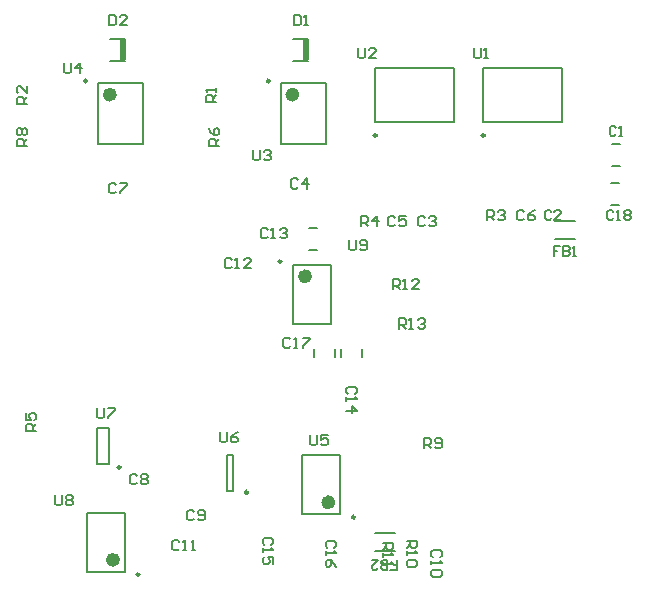
<source format=gto>
G04*
G04 #@! TF.GenerationSoftware,Altium Limited,Altium Designer,21.9.2 (33)*
G04*
G04 Layer_Color=65535*
%FSLAX25Y25*%
%MOIN*%
G70*
G04*
G04 #@! TF.SameCoordinates,BDB69366-DB8A-4EDD-9E17-6FFE98707952*
G04*
G04*
G04 #@! TF.FilePolarity,Positive*
G04*
G01*
G75*
%ADD10C,0.00984*%
%ADD11C,0.02362*%
%ADD12C,0.00787*%
%ADD13C,0.00800*%
%ADD14R,0.02165X0.07087*%
D10*
X183303Y160614D02*
G03*
X183303Y160614I-492J0D01*
G01*
X219303D02*
G03*
X219303Y160614I-492J0D01*
G01*
X104220Y14153D02*
G03*
X104220Y14153I-492J0D01*
G01*
X97905Y49913D02*
G03*
X97905Y49913I-492J0D01*
G01*
X140347Y41587D02*
G03*
X140347Y41587I-492J0D01*
G01*
X176106Y33287D02*
G03*
X176106Y33287I-492J0D01*
G01*
X151512Y118512D02*
G03*
X151512Y118512I-492J0D01*
G01*
X147610Y178697D02*
G03*
X147610Y178697I-492J0D01*
G01*
X86728D02*
G03*
X86728Y178697I-492J0D01*
G01*
D11*
X96543Y19094D02*
G03*
X96543Y19094I-1181J0D01*
G01*
X168331Y38228D02*
G03*
X168331Y38228I-1181J0D01*
G01*
X160567Y113571D02*
G03*
X160567Y113571I-1181J0D01*
G01*
X156370Y174150D02*
G03*
X156370Y174150I-1181J0D01*
G01*
X95488D02*
G03*
X95488Y174150I-1181J0D01*
G01*
D12*
X242555Y126146D02*
X249445D01*
X242555Y131854D02*
X249445D01*
X261356Y137457D02*
X263915D01*
X261356Y144543D02*
X263915D01*
X182555Y27854D02*
X189445D01*
X182555Y22146D02*
X189445D01*
X162457Y86721D02*
Y89280D01*
X169543Y86721D02*
Y89280D01*
X171457Y86721D02*
Y89280D01*
X178543Y86721D02*
Y89280D01*
X160721Y129543D02*
X163279D01*
X160721Y122457D02*
X163279D01*
X261720Y150457D02*
X264280D01*
X261720Y157543D02*
X264280D01*
X182811Y164945D02*
X209189D01*
X182811Y183055D02*
X209189D01*
X182811Y164945D02*
Y183055D01*
X209189Y164945D02*
Y183055D01*
X218811Y164945D02*
X245189D01*
X218811Y183055D02*
X245189D01*
X218811Y164945D02*
Y183055D01*
X245189Y164945D02*
Y183055D01*
X86701Y34843D02*
X99299D01*
X86701Y15157D02*
X99299D01*
X86701D02*
Y34843D01*
X99299Y15157D02*
Y34843D01*
X90031Y50898D02*
Y63102D01*
X93968Y50898D02*
Y63102D01*
X90031D02*
X93968D01*
X90031Y50898D02*
X93968D01*
X133272Y42181D02*
X135437D01*
X133272D02*
Y53992D01*
X135437D01*
Y42181D02*
Y53992D01*
X171087Y34291D02*
Y53976D01*
X158488Y34291D02*
Y53976D01*
Y34291D02*
X171087D01*
X158488Y53976D02*
X171087D01*
X155449Y97823D02*
Y117508D01*
X168047Y97823D02*
Y117508D01*
X155449D02*
X168047D01*
X155449Y97823D02*
X168047D01*
X155244Y185457D02*
X160362D01*
X155244Y192543D02*
X160362D01*
X151252Y157614D02*
X166213D01*
X151252Y178087D02*
X166213D01*
Y157614D02*
Y178087D01*
X151252Y157614D02*
Y178087D01*
X94244Y192543D02*
X99362D01*
X94244Y185457D02*
X99362D01*
X90370Y157614D02*
X105331D01*
X90370Y178087D02*
X105331D01*
Y157614D02*
Y178087D01*
X90370Y157614D02*
Y178087D01*
X244426Y123574D02*
X242327D01*
Y122000D01*
X243376D01*
X242327D01*
Y120426D01*
X245475Y123574D02*
Y120426D01*
X247049D01*
X247574Y120950D01*
Y121475D01*
X247049Y122000D01*
X245475D01*
X247049D01*
X247574Y122525D01*
Y123049D01*
X247049Y123574D01*
X245475D01*
X248624Y120426D02*
X249673D01*
X249149D01*
Y123574D01*
X248624Y123049D01*
X262163Y135049D02*
X261639Y135574D01*
X260589D01*
X260064Y135049D01*
Y132950D01*
X260589Y132426D01*
X261639D01*
X262163Y132950D01*
X263213Y132426D02*
X264262D01*
X263738D01*
Y135574D01*
X263213Y135049D01*
X265837D02*
X266361Y135574D01*
X267411D01*
X267936Y135049D01*
Y134525D01*
X267411Y134000D01*
X267936Y133475D01*
Y132950D01*
X267411Y132426D01*
X266361D01*
X265837Y132950D01*
Y133475D01*
X266361Y134000D01*
X265837Y134525D01*
Y135049D01*
X266361Y134000D02*
X267411D01*
X187851Y15801D02*
X189950D01*
Y17376D01*
X188900D01*
X189950D01*
Y18950D01*
X186801Y15801D02*
Y18950D01*
X185227D01*
X184702Y18425D01*
Y17900D01*
X185227Y17376D01*
X186801D01*
X185227D01*
X184702Y16851D01*
Y16326D01*
X185227Y15801D01*
X186801D01*
X181554Y18950D02*
X183653D01*
X181554Y16851D01*
Y16326D01*
X182079Y15801D01*
X183128D01*
X183653Y16326D01*
X263000Y163049D02*
X262475Y163574D01*
X261426D01*
X260901Y163049D01*
Y160951D01*
X261426Y160426D01*
X262475D01*
X263000Y160951D01*
X264050Y160426D02*
X265099D01*
X264574D01*
Y163574D01*
X264050Y163049D01*
X241475Y135049D02*
X240950Y135574D01*
X239901D01*
X239376Y135049D01*
Y132950D01*
X239901Y132426D01*
X240950D01*
X241475Y132950D01*
X244624Y132426D02*
X242525D01*
X244624Y134525D01*
Y135049D01*
X244099Y135574D01*
X243050D01*
X242525Y135049D01*
D13*
X69749Y62084D02*
X66251D01*
Y63834D01*
X66834Y64417D01*
X68000D01*
X68583Y63834D01*
Y62084D01*
Y63251D02*
X69749Y64417D01*
X66251Y67916D02*
Y65583D01*
X68000D01*
X67417Y66749D01*
Y67333D01*
X68000Y67916D01*
X69166D01*
X69749Y67333D01*
Y66166D01*
X69166Y65583D01*
X169166Y23041D02*
X169749Y23624D01*
Y24790D01*
X169166Y25374D01*
X166834D01*
X166251Y24790D01*
Y23624D01*
X166834Y23041D01*
X166251Y21875D02*
Y20708D01*
Y21292D01*
X169749D01*
X169166Y21875D01*
X169749Y16626D02*
X169166Y17793D01*
X168000Y18959D01*
X166834D01*
X166251Y18376D01*
Y17210D01*
X166834Y16626D01*
X167417D01*
X168000Y17210D01*
Y18959D01*
X148166Y24041D02*
X148749Y24624D01*
Y25790D01*
X148166Y26374D01*
X145834D01*
X145251Y25790D01*
Y24624D01*
X145834Y24041D01*
X145251Y22875D02*
Y21708D01*
Y22292D01*
X148749D01*
X148166Y22875D01*
X148749Y17626D02*
Y19959D01*
X147000D01*
X147583Y18793D01*
Y18210D01*
X147000Y17626D01*
X145834D01*
X145251Y18210D01*
Y19376D01*
X145834Y19959D01*
X154494Y92533D02*
X153911Y93116D01*
X152745D01*
X152162Y92533D01*
Y90201D01*
X152745Y89617D01*
X153911D01*
X154494Y90201D01*
X155661Y89617D02*
X156827D01*
X156244D01*
Y93116D01*
X155661Y92533D01*
X158576Y93116D02*
X160909D01*
Y92533D01*
X158576Y90201D01*
Y89617D01*
X174084Y125749D02*
Y122834D01*
X174667Y122251D01*
X175834D01*
X176417Y122834D01*
Y125749D01*
X177583Y122834D02*
X178166Y122251D01*
X179333D01*
X179916Y122834D01*
Y125166D01*
X179333Y125749D01*
X178166D01*
X177583Y125166D01*
Y124583D01*
X178166Y124000D01*
X179916D01*
X76084Y40749D02*
Y37834D01*
X76667Y37251D01*
X77834D01*
X78417Y37834D01*
Y40749D01*
X79583Y40166D02*
X80166Y40749D01*
X81333D01*
X81916Y40166D01*
Y39583D01*
X81333Y39000D01*
X81916Y38417D01*
Y37834D01*
X81333Y37251D01*
X80166D01*
X79583Y37834D01*
Y38417D01*
X80166Y39000D01*
X79583Y39583D01*
Y40166D01*
X80166Y39000D02*
X81333D01*
X90084Y69749D02*
Y66834D01*
X90667Y66251D01*
X91834D01*
X92417Y66834D01*
Y69749D01*
X93583D02*
X95916D01*
Y69166D01*
X93583Y66834D01*
Y66251D01*
X131084Y61749D02*
Y58834D01*
X131667Y58251D01*
X132834D01*
X133417Y58834D01*
Y61749D01*
X136916D02*
X135749Y61166D01*
X134583Y60000D01*
Y58834D01*
X135166Y58251D01*
X136333D01*
X136916Y58834D01*
Y59417D01*
X136333Y60000D01*
X134583D01*
X161084Y60749D02*
Y57834D01*
X161667Y57251D01*
X162834D01*
X163417Y57834D01*
Y60749D01*
X166916D02*
X164583D01*
Y59000D01*
X165749Y59583D01*
X166333D01*
X166916Y59000D01*
Y57834D01*
X166333Y57251D01*
X165166D01*
X164583Y57834D01*
X79084Y184749D02*
Y181834D01*
X79667Y181251D01*
X80834D01*
X81417Y181834D01*
Y184749D01*
X84333Y181251D02*
Y184749D01*
X82583Y183000D01*
X84916D01*
X142084Y155749D02*
Y152834D01*
X142667Y152251D01*
X143834D01*
X144417Y152834D01*
Y155749D01*
X145583Y155166D02*
X146166Y155749D01*
X147333D01*
X147916Y155166D01*
Y154583D01*
X147333Y154000D01*
X146749D01*
X147333D01*
X147916Y153417D01*
Y152834D01*
X147333Y152251D01*
X146166D01*
X145583Y152834D01*
X177084Y189749D02*
Y186834D01*
X177667Y186251D01*
X178834D01*
X179417Y186834D01*
Y189749D01*
X182916Y186251D02*
X180583D01*
X182916Y188583D01*
Y189166D01*
X182333Y189749D01*
X181166D01*
X180583Y189166D01*
X215667Y189749D02*
Y186834D01*
X216251Y186251D01*
X217417D01*
X218000Y186834D01*
Y189749D01*
X219166Y186251D02*
X220333D01*
X219749D01*
Y189749D01*
X219166Y189166D01*
X190626Y96022D02*
Y99521D01*
X192376D01*
X192959Y98938D01*
Y97772D01*
X192376Y97189D01*
X190626D01*
X191793D02*
X192959Y96022D01*
X194125D02*
X195292D01*
X194708D01*
Y99521D01*
X194125Y98938D01*
X197041D02*
X197624Y99521D01*
X198790D01*
X199374Y98938D01*
Y98355D01*
X198790Y97772D01*
X198207D01*
X198790D01*
X199374Y97189D01*
Y96605D01*
X198790Y96022D01*
X197624D01*
X197041Y96605D01*
X188626Y109251D02*
Y112749D01*
X190376D01*
X190959Y112166D01*
Y111000D01*
X190376Y110417D01*
X188626D01*
X189793D02*
X190959Y109251D01*
X192125D02*
X193292D01*
X192708D01*
Y112749D01*
X192125Y112166D01*
X197374Y109251D02*
X195041D01*
X197374Y111583D01*
Y112166D01*
X196790Y112749D01*
X195624D01*
X195041Y112166D01*
X185251Y24790D02*
X188749D01*
Y23041D01*
X188166Y22458D01*
X187000D01*
X186417Y23041D01*
Y24790D01*
Y23624D02*
X185251Y22458D01*
Y21292D02*
Y20125D01*
Y20708D01*
X188749D01*
X188166Y21292D01*
X185251Y18376D02*
Y17210D01*
Y17793D01*
X188749D01*
X188166Y18376D01*
X193251Y25374D02*
X196749D01*
Y23624D01*
X196166Y23041D01*
X195000D01*
X194417Y23624D01*
Y25374D01*
Y24207D02*
X193251Y23041D01*
Y21875D02*
Y20708D01*
Y21292D01*
X196749D01*
X196166Y21875D01*
Y18959D02*
X196749Y18376D01*
Y17210D01*
X196166Y16626D01*
X193834D01*
X193251Y17210D01*
Y18376D01*
X193834Y18959D01*
X196166D01*
X199084Y56251D02*
Y59749D01*
X200834D01*
X201417Y59166D01*
Y58000D01*
X200834Y57417D01*
X199084D01*
X200251D02*
X201417Y56251D01*
X202583Y56834D02*
X203166Y56251D01*
X204333D01*
X204916Y56834D01*
Y59166D01*
X204333Y59749D01*
X203166D01*
X202583Y59166D01*
Y58583D01*
X203166Y58000D01*
X204916D01*
X66749Y157084D02*
X63251D01*
Y158834D01*
X63834Y159417D01*
X65000D01*
X65583Y158834D01*
Y157084D01*
Y158251D02*
X66749Y159417D01*
X63834Y160583D02*
X63251Y161166D01*
Y162333D01*
X63834Y162916D01*
X64417D01*
X65000Y162333D01*
X65583Y162916D01*
X66166D01*
X66749Y162333D01*
Y161166D01*
X66166Y160583D01*
X65583D01*
X65000Y161166D01*
X64417Y160583D01*
X63834D01*
X65000Y161166D02*
Y162333D01*
X130749Y157084D02*
X127251D01*
Y158834D01*
X127834Y159417D01*
X129000D01*
X129583Y158834D01*
Y157084D01*
Y158251D02*
X130749Y159417D01*
X127251Y162916D02*
X127834Y161749D01*
X129000Y160583D01*
X130166D01*
X130749Y161166D01*
Y162333D01*
X130166Y162916D01*
X129583D01*
X129000Y162333D01*
Y160583D01*
X178084Y130251D02*
Y133749D01*
X179834D01*
X180417Y133166D01*
Y132000D01*
X179834Y131417D01*
X178084D01*
X179251D02*
X180417Y130251D01*
X183333D02*
Y133749D01*
X181583Y132000D01*
X183916D01*
X220084Y132251D02*
Y135749D01*
X221834D01*
X222417Y135166D01*
Y134000D01*
X221834Y133417D01*
X220084D01*
X221251D02*
X222417Y132251D01*
X223583Y135166D02*
X224166Y135749D01*
X225333D01*
X225916Y135166D01*
Y134583D01*
X225333Y134000D01*
X224749D01*
X225333D01*
X225916Y133417D01*
Y132834D01*
X225333Y132251D01*
X224166D01*
X223583Y132834D01*
X66749Y171084D02*
X63251D01*
Y172834D01*
X63834Y173417D01*
X65000D01*
X65583Y172834D01*
Y171084D01*
Y172251D02*
X66749Y173417D01*
Y176916D02*
Y174583D01*
X64417Y176916D01*
X63834D01*
X63251Y176333D01*
Y175166D01*
X63834Y174583D01*
X129749Y171667D02*
X126251D01*
Y173417D01*
X126834Y174000D01*
X128000D01*
X128583Y173417D01*
Y171667D01*
Y172834D02*
X129749Y174000D01*
Y175166D02*
Y176333D01*
Y175749D01*
X126251D01*
X126834Y175166D01*
X94084Y200749D02*
Y197251D01*
X95834D01*
X96417Y197834D01*
Y200166D01*
X95834Y200749D01*
X94084D01*
X99916Y197251D02*
X97583D01*
X99916Y199583D01*
Y200166D01*
X99333Y200749D01*
X98166D01*
X97583Y200166D01*
X155667Y200749D02*
Y197251D01*
X157417D01*
X158000Y197834D01*
Y200166D01*
X157417Y200749D01*
X155667D01*
X159166Y197251D02*
X160333D01*
X159749D01*
Y200749D01*
X159166Y200166D01*
X176072Y74356D02*
X176655Y74939D01*
Y76105D01*
X176072Y76688D01*
X173739D01*
X173156Y76105D01*
Y74939D01*
X173739Y74356D01*
X173156Y73190D02*
Y72023D01*
Y72606D01*
X176655D01*
X176072Y73190D01*
X173156Y68524D02*
X176655D01*
X174906Y70274D01*
Y67941D01*
X146959Y129166D02*
X146376Y129749D01*
X145210D01*
X144626Y129166D01*
Y126834D01*
X145210Y126251D01*
X146376D01*
X146959Y126834D01*
X148125Y126251D02*
X149292D01*
X148708D01*
Y129749D01*
X148125Y129166D01*
X151041D02*
X151624Y129749D01*
X152790D01*
X153374Y129166D01*
Y128583D01*
X152790Y128000D01*
X152207D01*
X152790D01*
X153374Y127417D01*
Y126834D01*
X152790Y126251D01*
X151624D01*
X151041Y126834D01*
X134959Y119166D02*
X134376Y119749D01*
X133210D01*
X132626Y119166D01*
Y116834D01*
X133210Y116251D01*
X134376D01*
X134959Y116834D01*
X136125Y116251D02*
X137292D01*
X136708D01*
Y119749D01*
X136125Y119166D01*
X141374Y116251D02*
X139041D01*
X141374Y118583D01*
Y119166D01*
X140790Y119749D01*
X139624D01*
X139041Y119166D01*
X117542Y25166D02*
X116959Y25749D01*
X115793D01*
X115210Y25166D01*
Y22834D01*
X115793Y22251D01*
X116959D01*
X117542Y22834D01*
X118708Y22251D02*
X119875D01*
X119292D01*
Y25749D01*
X118708Y25166D01*
X121624Y22251D02*
X122790D01*
X122207D01*
Y25749D01*
X121624Y25166D01*
X204363Y19868D02*
X204946Y20451D01*
Y21617D01*
X204363Y22200D01*
X202031D01*
X201447Y21617D01*
Y20451D01*
X202031Y19868D01*
X201447Y18701D02*
Y17535D01*
Y18118D01*
X204946D01*
X204363Y18701D01*
Y15786D02*
X204946Y15203D01*
Y14036D01*
X204363Y13453D01*
X202031D01*
X201447Y14036D01*
Y15203D01*
X202031Y15786D01*
X204363D01*
X122417Y35166D02*
X121834Y35749D01*
X120667D01*
X120084Y35166D01*
Y32834D01*
X120667Y32251D01*
X121834D01*
X122417Y32834D01*
X123583D02*
X124166Y32251D01*
X125333D01*
X125916Y32834D01*
Y35166D01*
X125333Y35749D01*
X124166D01*
X123583Y35166D01*
Y34583D01*
X124166Y34000D01*
X125916D01*
X103417Y47166D02*
X102834Y47749D01*
X101667D01*
X101084Y47166D01*
Y44834D01*
X101667Y44251D01*
X102834D01*
X103417Y44834D01*
X104583Y47166D02*
X105166Y47749D01*
X106333D01*
X106916Y47166D01*
Y46583D01*
X106333Y46000D01*
X106916Y45417D01*
Y44834D01*
X106333Y44251D01*
X105166D01*
X104583Y44834D01*
Y45417D01*
X105166Y46000D01*
X104583Y46583D01*
Y47166D01*
X105166Y46000D02*
X106333D01*
X96417Y144166D02*
X95834Y144749D01*
X94667D01*
X94084Y144166D01*
Y141834D01*
X94667Y141251D01*
X95834D01*
X96417Y141834D01*
X97583Y144749D02*
X99916D01*
Y144166D01*
X97583Y141834D01*
Y141251D01*
X232417Y135166D02*
X231834Y135749D01*
X230667D01*
X230084Y135166D01*
Y132834D01*
X230667Y132251D01*
X231834D01*
X232417Y132834D01*
X235916Y135749D02*
X234749Y135166D01*
X233583Y134000D01*
Y132834D01*
X234166Y132251D01*
X235333D01*
X235916Y132834D01*
Y133417D01*
X235333Y134000D01*
X233583D01*
X189417Y133166D02*
X188834Y133749D01*
X187667D01*
X187084Y133166D01*
Y130834D01*
X187667Y130251D01*
X188834D01*
X189417Y130834D01*
X192916Y133749D02*
X190583D01*
Y132000D01*
X191749Y132583D01*
X192333D01*
X192916Y132000D01*
Y130834D01*
X192333Y130251D01*
X191166D01*
X190583Y130834D01*
X157070Y145666D02*
X156487Y146249D01*
X155321D01*
X154738Y145666D01*
Y143334D01*
X155321Y142751D01*
X156487D01*
X157070Y143334D01*
X159986Y142751D02*
Y146249D01*
X158237Y144500D01*
X160569D01*
X199417Y133166D02*
X198834Y133749D01*
X197667D01*
X197084Y133166D01*
Y130834D01*
X197667Y130251D01*
X198834D01*
X199417Y130834D01*
X200583Y133166D02*
X201166Y133749D01*
X202333D01*
X202916Y133166D01*
Y132583D01*
X202333Y132000D01*
X201749D01*
X202333D01*
X202916Y131417D01*
Y130834D01*
X202333Y130251D01*
X201166D01*
X200583Y130834D01*
D14*
X159673Y189000D02*
D03*
X98673D02*
D03*
M02*

</source>
